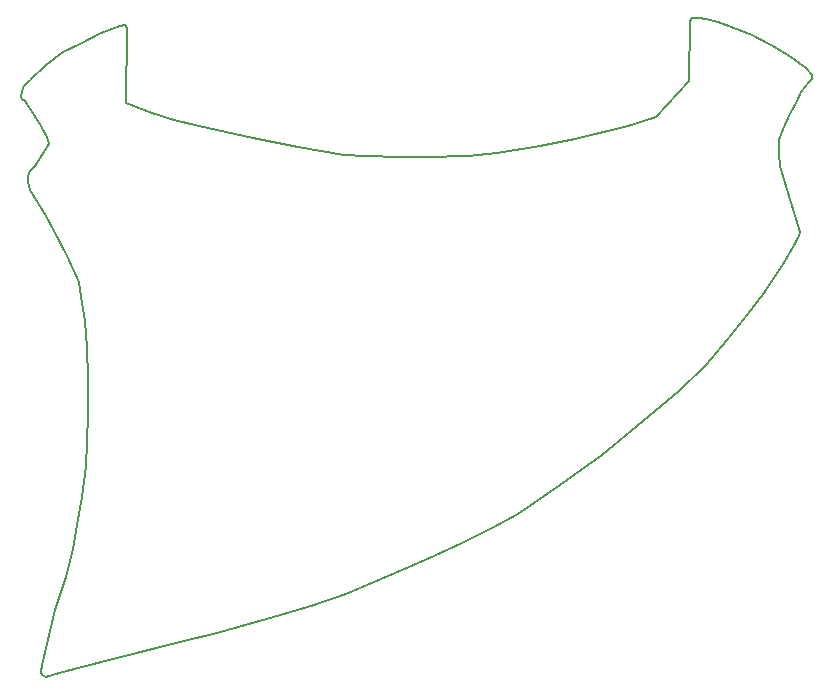
<source format=gm1>
G04 #@! TF.FileFunction,Profile,NP*
%FSLAX46Y46*%
G04 Gerber Fmt 4.6, Leading zero omitted, Abs format (unit mm)*
G04 Created by KiCad (PCBNEW 4.0.7-e2-6376~61~ubuntu18.04.1) date Wed May 30 21:50:51 2018*
%MOMM*%
%LPD*%
G01*
G04 APERTURE LIST*
%ADD10C,0.100000*%
%ADD11C,0.150000*%
G04 APERTURE END LIST*
D10*
D11*
X157000000Y-76100000D02*
X157100000Y-75800000D01*
X156900000Y-81200000D02*
X157000000Y-76100000D01*
X154100000Y-84200000D02*
X156900000Y-81200000D01*
X151700000Y-85000000D02*
X154100000Y-84200000D01*
X147200000Y-86100000D02*
X151700000Y-85000000D01*
X144300000Y-86700000D02*
X147200000Y-86100000D01*
X140600000Y-87300000D02*
X144300000Y-86700000D01*
X138200000Y-87500000D02*
X140600000Y-87300000D01*
X134600000Y-87600000D02*
X138200000Y-87500000D01*
X132300000Y-87600000D02*
X134600000Y-87600000D01*
X129600000Y-87500000D02*
X132300000Y-87600000D01*
X127700000Y-87400000D02*
X129600000Y-87500000D01*
X123800000Y-86800000D02*
X127700000Y-87400000D01*
X120000000Y-86000000D02*
X123800000Y-86800000D01*
X115400000Y-85000000D02*
X120000000Y-86000000D01*
X113300000Y-84500000D02*
X115400000Y-85000000D01*
X111400000Y-83900000D02*
X113300000Y-84500000D01*
X109200000Y-83000000D02*
X111400000Y-83900000D01*
X109300000Y-76800000D02*
X109200000Y-83000000D01*
X109200000Y-76500000D02*
X109300000Y-76800000D01*
X109100000Y-76400000D02*
X109200000Y-76500000D01*
X108700000Y-76500000D02*
X109100000Y-76400000D01*
X107100000Y-77100000D02*
X108700000Y-76500000D01*
X105300000Y-78000000D02*
X107100000Y-77100000D01*
X103900000Y-78700000D02*
X105300000Y-78000000D01*
X102400000Y-79800000D02*
X103900000Y-78700000D01*
X101100000Y-81100000D02*
X102400000Y-79800000D01*
X100600000Y-81600000D02*
X101100000Y-81100000D01*
X100400000Y-82000000D02*
X100600000Y-81600000D01*
X100300000Y-82500000D02*
X100400000Y-82000000D01*
X100400000Y-82700000D02*
X100300000Y-82500000D01*
X100700000Y-82900000D02*
X100400000Y-82700000D01*
X101600000Y-84300000D02*
X100700000Y-82900000D01*
X102000000Y-85000000D02*
X101600000Y-84300000D01*
X102500000Y-85900000D02*
X102000000Y-85000000D01*
X102700000Y-86500000D02*
X102500000Y-85900000D01*
X101500000Y-88400000D02*
X102700000Y-86500000D01*
X101100000Y-88800000D02*
X101500000Y-88400000D01*
X100900000Y-89200000D02*
X101100000Y-88800000D01*
X100900000Y-89700000D02*
X100900000Y-89200000D01*
X101100000Y-90400000D02*
X100900000Y-89700000D01*
X102400000Y-92600000D02*
X101100000Y-90400000D01*
X103100000Y-93900000D02*
X102400000Y-92600000D01*
X104200000Y-96000000D02*
X103100000Y-93900000D01*
X104700000Y-97100000D02*
X104200000Y-96000000D01*
X105200000Y-98200000D02*
X104700000Y-97100000D01*
X105400000Y-99500000D02*
X105200000Y-98200000D01*
X105700000Y-101500000D02*
X105400000Y-99500000D01*
X105900000Y-103700000D02*
X105700000Y-101500000D01*
X106000000Y-106300000D02*
X105900000Y-103700000D01*
X106000000Y-109300000D02*
X106000000Y-106300000D01*
X105900000Y-111800000D02*
X106000000Y-109300000D01*
X105800000Y-113800000D02*
X105900000Y-111800000D01*
X105500000Y-116400000D02*
X105800000Y-113800000D01*
X105100000Y-118800000D02*
X105500000Y-116400000D01*
X104700000Y-120800000D02*
X105100000Y-118800000D01*
X104100000Y-123200000D02*
X104700000Y-120800000D01*
X103200000Y-126000000D02*
X104100000Y-123200000D01*
X102100000Y-130600000D02*
X103200000Y-126000000D01*
X102000000Y-131200000D02*
X102100000Y-130600000D01*
X102100000Y-131500000D02*
X102000000Y-131200000D01*
X102400000Y-131600000D02*
X102100000Y-131500000D01*
X103500000Y-131300000D02*
X102400000Y-131600000D01*
X107800000Y-130200000D02*
X103500000Y-131300000D01*
X114100000Y-128600000D02*
X107800000Y-130200000D01*
X116900000Y-127900000D02*
X114100000Y-128600000D01*
X122000000Y-126500000D02*
X116900000Y-127900000D01*
X124900000Y-125600000D02*
X122000000Y-126500000D01*
X127800000Y-124600000D02*
X124900000Y-125600000D01*
X132600000Y-122600000D02*
X127800000Y-124600000D01*
X135300000Y-121400000D02*
X132600000Y-122600000D01*
X137700000Y-120300000D02*
X135300000Y-121400000D01*
X140200000Y-119000000D02*
X137700000Y-120300000D01*
X142400000Y-117800000D02*
X140200000Y-119000000D01*
X146000000Y-115400000D02*
X142400000Y-117800000D01*
X149500000Y-112800000D02*
X146000000Y-115400000D01*
X153000000Y-110000000D02*
X149500000Y-112800000D01*
X156000000Y-107400000D02*
X153000000Y-110000000D01*
X158300000Y-105200000D02*
X156000000Y-107400000D01*
X160100000Y-103100000D02*
X158300000Y-105200000D01*
X161800000Y-101000000D02*
X160100000Y-103100000D01*
X163200000Y-99100000D02*
X161800000Y-101000000D01*
X165000000Y-96400000D02*
X163200000Y-99100000D01*
X165700000Y-95200000D02*
X165000000Y-96400000D01*
X166200000Y-94300000D02*
X165700000Y-95200000D01*
X166300000Y-94000000D02*
X166200000Y-94300000D01*
X165000000Y-89800000D02*
X166300000Y-94000000D01*
X164600000Y-88400000D02*
X165000000Y-89800000D01*
X164500000Y-87300000D02*
X164600000Y-88400000D01*
X164500000Y-86200000D02*
X164500000Y-87300000D01*
X164800000Y-85200000D02*
X164500000Y-86200000D01*
X165400000Y-84000000D02*
X164800000Y-85200000D01*
X166000000Y-82900000D02*
X165400000Y-84000000D01*
X166400000Y-82100000D02*
X166000000Y-82900000D01*
X167000000Y-81300000D02*
X166400000Y-82100000D01*
X167300000Y-81000000D02*
X167000000Y-81300000D01*
X167300000Y-80700000D02*
X167300000Y-81000000D01*
X166800000Y-80100000D02*
X167300000Y-80700000D01*
X165300000Y-79000000D02*
X166800000Y-80100000D01*
X163800000Y-78100000D02*
X165300000Y-79000000D01*
X162200000Y-77300000D02*
X163800000Y-78100000D01*
X160700000Y-76700000D02*
X162200000Y-77300000D01*
X159300000Y-76200000D02*
X160700000Y-76700000D01*
X158300000Y-75900000D02*
X159300000Y-76200000D01*
X157700000Y-75800000D02*
X158300000Y-75900000D01*
X157100000Y-75800000D02*
X157700000Y-75800000D01*
M02*

</source>
